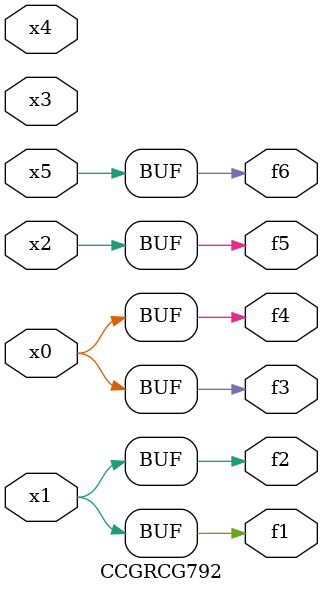
<source format=v>
module CCGRCG792(
	input x0, x1, x2, x3, x4, x5,
	output f1, f2, f3, f4, f5, f6
);
	assign f1 = x1;
	assign f2 = x1;
	assign f3 = x0;
	assign f4 = x0;
	assign f5 = x2;
	assign f6 = x5;
endmodule

</source>
